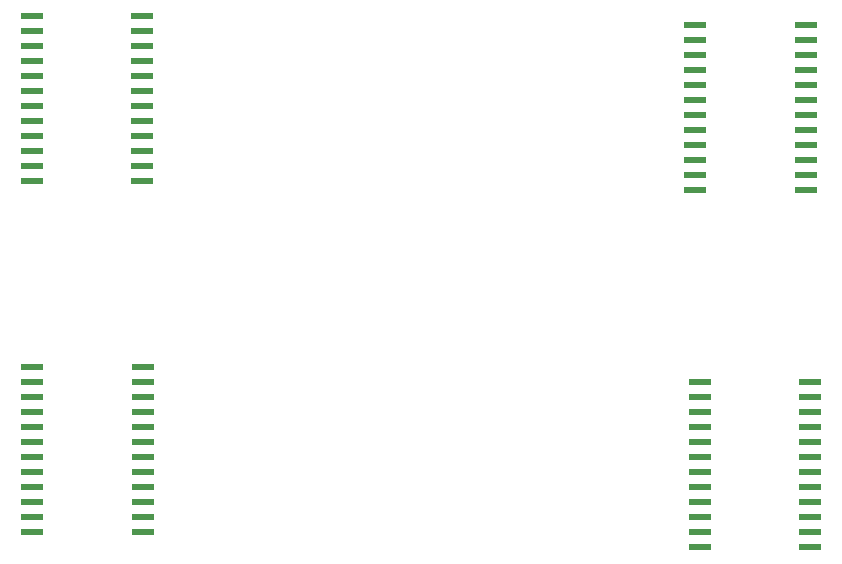
<source format=gtp>
G04*
G04 #@! TF.GenerationSoftware,Altium Limited,Altium Designer,20.0.14 (345)*
G04*
G04 Layer_Color=8421504*
%FSLAX23Y23*%
%MOIN*%
G70*
G01*
G75*
%ADD13R,0.078X0.021*%
D13*
X4186Y4545D02*
D03*
Y4495D02*
D03*
Y4445D02*
D03*
Y4395D02*
D03*
Y4345D02*
D03*
Y4295D02*
D03*
Y4245D02*
D03*
Y4195D02*
D03*
Y4145D02*
D03*
Y4095D02*
D03*
Y4045D02*
D03*
Y3995D02*
D03*
X4555D02*
D03*
Y4045D02*
D03*
Y4095D02*
D03*
Y4145D02*
D03*
Y4195D02*
D03*
Y4245D02*
D03*
Y4295D02*
D03*
Y4345D02*
D03*
Y4395D02*
D03*
Y4445D02*
D03*
Y4495D02*
D03*
Y4545D02*
D03*
X4201Y3355D02*
D03*
Y3305D02*
D03*
Y3255D02*
D03*
Y3205D02*
D03*
Y3155D02*
D03*
Y3105D02*
D03*
Y3055D02*
D03*
Y3005D02*
D03*
Y2955D02*
D03*
Y2905D02*
D03*
Y2855D02*
D03*
Y2805D02*
D03*
X4570D02*
D03*
Y2855D02*
D03*
Y2905D02*
D03*
Y2955D02*
D03*
Y3005D02*
D03*
Y3055D02*
D03*
Y3105D02*
D03*
Y3155D02*
D03*
Y3205D02*
D03*
Y3255D02*
D03*
Y3305D02*
D03*
Y3355D02*
D03*
X1976Y3405D02*
D03*
Y3355D02*
D03*
Y3305D02*
D03*
Y3255D02*
D03*
Y3205D02*
D03*
Y3155D02*
D03*
Y3105D02*
D03*
Y3055D02*
D03*
Y3005D02*
D03*
Y2955D02*
D03*
Y2905D02*
D03*
Y2855D02*
D03*
X2345D02*
D03*
Y2905D02*
D03*
Y2955D02*
D03*
Y3005D02*
D03*
Y3055D02*
D03*
Y3105D02*
D03*
Y3155D02*
D03*
Y3205D02*
D03*
Y3255D02*
D03*
Y3305D02*
D03*
Y3355D02*
D03*
Y3405D02*
D03*
X1975Y4575D02*
D03*
Y4525D02*
D03*
Y4475D02*
D03*
Y4425D02*
D03*
Y4375D02*
D03*
Y4325D02*
D03*
Y4275D02*
D03*
Y4225D02*
D03*
Y4175D02*
D03*
Y4125D02*
D03*
Y4075D02*
D03*
Y4025D02*
D03*
X2344D02*
D03*
Y4075D02*
D03*
Y4125D02*
D03*
Y4175D02*
D03*
Y4225D02*
D03*
Y4275D02*
D03*
Y4325D02*
D03*
Y4375D02*
D03*
Y4425D02*
D03*
Y4475D02*
D03*
Y4525D02*
D03*
Y4575D02*
D03*
M02*

</source>
